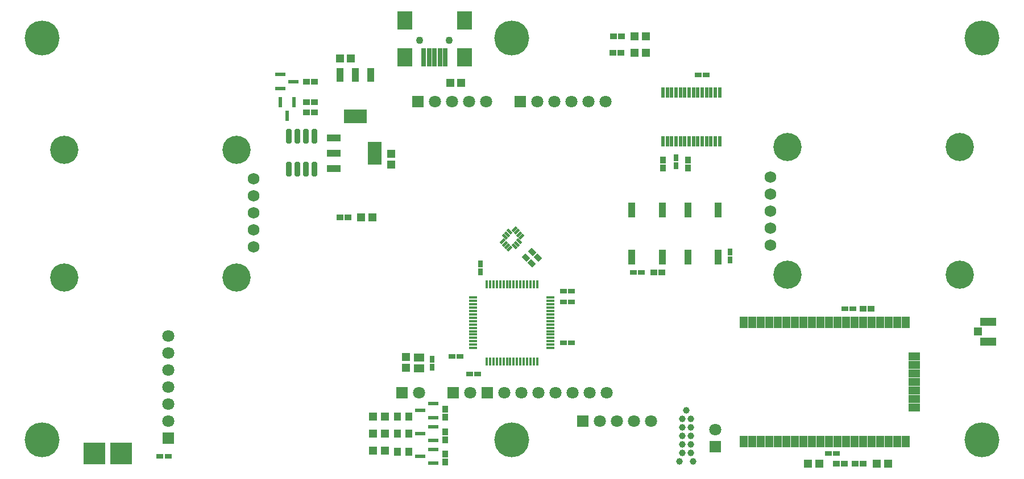
<source format=gbr>
%TF.GenerationSoftware,Altium Limited,Altium NEXUS,2.1.9 (83)*%
G04 Layer_Color=8388736*
%FSLAX44Y44*%
%MOMM*%
%TF.FileFunction,Soldermask,Top*%
%TF.Part,Single*%
G01*
G75*
%TA.AperFunction,SMDPad,CuDef*%
%ADD11R,1.2000X0.3000*%
%ADD12R,0.3000X1.2000*%
%ADD21R,0.6100X1.6100*%
%ADD22R,1.6100X0.6100*%
%TA.AperFunction,ComponentPad*%
%ADD49C,1.0000*%
%TA.AperFunction,SMDPad,CuDef*%
%ADD60R,1.1032X1.2032*%
%ADD61R,1.0032X0.9032*%
%ADD62R,0.9032X1.0032*%
%ADD63R,1.5032X1.2032*%
%ADD64R,1.2032X1.2032*%
%ADD65R,1.0032X0.8032*%
%ADD66R,0.8032X1.0032*%
G04:AMPARAMS|DCode=67|XSize=2.1732mm|YSize=0.8032mm|CornerRadius=0.1766mm|HoleSize=0mm|Usage=FLASHONLY|Rotation=270.000|XOffset=0mm|YOffset=0mm|HoleType=Round|Shape=RoundedRectangle|*
%AMROUNDEDRECTD67*
21,1,2.1732,0.4500,0,0,270.0*
21,1,1.8200,0.8032,0,0,270.0*
1,1,0.3532,-0.2250,-0.9100*
1,1,0.3532,-0.2250,0.9100*
1,1,0.3532,0.2250,0.9100*
1,1,0.3532,0.2250,-0.9100*
%
%ADD67ROUNDEDRECTD67*%
%ADD68R,1.7272X1.2192*%
%ADD69R,1.2192X1.7272*%
%ADD70R,1.2532X1.2032*%
%ADD71R,2.4032X1.2532*%
%ADD72R,1.3032X1.2032*%
%ADD73R,1.0032X2.2032*%
%ADD74R,0.5512X1.6002*%
G04:AMPARAMS|DCode=75|XSize=0.8782mm|YSize=0.4532mm|CornerRadius=0mm|HoleSize=0mm|Usage=FLASHONLY|Rotation=45.000|XOffset=0mm|YOffset=0mm|HoleType=Round|Shape=Rectangle|*
%AMROTATEDRECTD75*
4,1,4,-0.1503,-0.4707,-0.4707,-0.1503,0.1503,0.4707,0.4707,0.1503,-0.1503,-0.4707,0.0*
%
%ADD75ROTATEDRECTD75*%

G04:AMPARAMS|DCode=76|XSize=0.8782mm|YSize=0.4532mm|CornerRadius=0mm|HoleSize=0mm|Usage=FLASHONLY|Rotation=135.000|XOffset=0mm|YOffset=0mm|HoleType=Round|Shape=Rectangle|*
%AMROTATEDRECTD76*
4,1,4,0.4707,-0.1503,0.1503,-0.4707,-0.4707,0.1503,-0.1503,0.4707,0.4707,-0.1503,0.0*
%
%ADD76ROTATEDRECTD76*%

%TA.AperFunction,BGAPad,CuDef*%
%ADD77C,1.0032*%
%TA.AperFunction,SMDPad,CuDef*%
G04:AMPARAMS|DCode=78|XSize=0.8032mm|YSize=1.0032mm|CornerRadius=0mm|HoleSize=0mm|Usage=FLASHONLY|Rotation=225.000|XOffset=0mm|YOffset=0mm|HoleType=Round|Shape=Rectangle|*
%AMROTATEDRECTD78*
4,1,4,-0.0707,0.6387,0.6387,-0.0707,0.0707,-0.6387,-0.6387,0.0707,-0.0707,0.6387,0.0*
%
%ADD78ROTATEDRECTD78*%

%ADD79R,1.2032X1.2032*%
%ADD80R,3.2032X3.2032*%
%ADD81R,2.0632X1.1032*%
%ADD82R,2.0632X3.3932*%
%ADD83R,1.1032X2.0632*%
%ADD84R,3.3932X2.0632*%
%ADD85R,0.7032X2.7032*%
%ADD86R,2.2032X2.7032*%
%TA.AperFunction,ComponentPad*%
%ADD87C,1.8032*%
%ADD88R,1.8032X1.8032*%
%ADD89C,4.2032*%
%ADD90C,1.7272*%
%ADD91R,1.8032X1.8032*%
%TA.AperFunction,WasherPad*%
%ADD92C,5.2032*%
%TA.AperFunction,ComponentPad*%
%ADD93C,1.1032*%
D11*
X692500Y187500D02*
D03*
Y192500D02*
D03*
Y197500D02*
D03*
Y202500D02*
D03*
Y207500D02*
D03*
Y212500D02*
D03*
Y217500D02*
D03*
Y222500D02*
D03*
Y227500D02*
D03*
Y232500D02*
D03*
Y237500D02*
D03*
Y242500D02*
D03*
Y247500D02*
D03*
Y252500D02*
D03*
Y257500D02*
D03*
Y262500D02*
D03*
X807500D02*
D03*
Y257500D02*
D03*
Y252500D02*
D03*
Y247500D02*
D03*
Y242500D02*
D03*
Y237500D02*
D03*
Y232500D02*
D03*
Y227500D02*
D03*
Y222500D02*
D03*
Y217500D02*
D03*
Y212500D02*
D03*
Y207500D02*
D03*
Y202500D02*
D03*
Y197500D02*
D03*
Y192500D02*
D03*
Y187500D02*
D03*
D12*
X712500Y282500D02*
D03*
X717500D02*
D03*
X722500D02*
D03*
X727500D02*
D03*
X732500D02*
D03*
X737500D02*
D03*
X742500D02*
D03*
X747500D02*
D03*
X752500D02*
D03*
X757500D02*
D03*
X762500D02*
D03*
X767500D02*
D03*
X772500D02*
D03*
X777500D02*
D03*
X782500D02*
D03*
X787500D02*
D03*
Y167500D02*
D03*
X782500D02*
D03*
X777500D02*
D03*
X772500D02*
D03*
X767500D02*
D03*
X762500D02*
D03*
X757500D02*
D03*
X752500D02*
D03*
X747500D02*
D03*
X742500D02*
D03*
X737500D02*
D03*
X732500D02*
D03*
X727500D02*
D03*
X722500D02*
D03*
X717500D02*
D03*
X712500D02*
D03*
D21*
X425250Y553950D02*
D03*
X404750D02*
D03*
X415000Y534050D02*
D03*
D22*
X405050Y595250D02*
D03*
Y574750D02*
D03*
X424950Y585000D02*
D03*
X632950Y83750D02*
D03*
Y104250D02*
D03*
X613050Y94000D02*
D03*
X632950Y49750D02*
D03*
Y70250D02*
D03*
X613050Y60000D02*
D03*
X632950Y15750D02*
D03*
Y36250D02*
D03*
X613050Y26000D02*
D03*
D49*
X1019800Y18600D02*
D03*
X1009650Y94800D02*
D03*
X999500Y18600D02*
D03*
D60*
X596500Y85000D02*
D03*
X579500D02*
D03*
Y60000D02*
D03*
X596500D02*
D03*
Y33000D02*
D03*
X579500D02*
D03*
D61*
X1233000Y15000D02*
D03*
X1245000D02*
D03*
X1273000Y15000D02*
D03*
X1261000D02*
D03*
X901000Y652000D02*
D03*
X913000D02*
D03*
X900000Y628000D02*
D03*
X912000D02*
D03*
X444000Y539000D02*
D03*
X456000D02*
D03*
X444000Y554000D02*
D03*
X456000D02*
D03*
X444000Y585000D02*
D03*
X456000D02*
D03*
X1273000Y246000D02*
D03*
X1285000D02*
D03*
X973000Y300000D02*
D03*
X961000D02*
D03*
X506000Y382000D02*
D03*
X494000D02*
D03*
D62*
X975000Y468000D02*
D03*
Y456000D02*
D03*
X1012000Y468000D02*
D03*
Y456000D02*
D03*
X651000Y96000D02*
D03*
Y84000D02*
D03*
Y62000D02*
D03*
Y50000D02*
D03*
Y29000D02*
D03*
Y17000D02*
D03*
D63*
X612000Y157000D02*
D03*
Y173000D02*
D03*
D64*
X658000Y583000D02*
D03*
X674000D02*
D03*
X494000Y619000D02*
D03*
X510000D02*
D03*
D65*
X1246000Y246000D02*
D03*
X1258000D02*
D03*
X1221000Y30000D02*
D03*
X1233000D02*
D03*
X1039000Y595000D02*
D03*
X1027000D02*
D03*
X238000Y26000D02*
D03*
X226000D02*
D03*
X827000Y256000D02*
D03*
X839000D02*
D03*
X931000Y300000D02*
D03*
X943000D02*
D03*
X661000Y175000D02*
D03*
X673000D02*
D03*
X839000Y272000D02*
D03*
X827000D02*
D03*
X839000Y195000D02*
D03*
X827000D02*
D03*
X687000Y149000D02*
D03*
X699000D02*
D03*
D66*
X994000Y459000D02*
D03*
Y471000D02*
D03*
X1075000Y331000D02*
D03*
Y319000D02*
D03*
X631000Y159000D02*
D03*
Y171000D02*
D03*
X703000Y313000D02*
D03*
Y301000D02*
D03*
D67*
X456050Y503750D02*
D03*
X443350D02*
D03*
X430650D02*
D03*
X417950D02*
D03*
Y454250D02*
D03*
X430650D02*
D03*
X443350D02*
D03*
X456050D02*
D03*
D68*
X1349350Y98900D02*
D03*
Y111600D02*
D03*
Y124300D02*
D03*
Y137000D02*
D03*
Y149700D02*
D03*
Y162400D02*
D03*
Y175100D02*
D03*
D69*
X1336650Y225900D02*
D03*
X1323950D02*
D03*
X1311250D02*
D03*
X1298550D02*
D03*
X1285850D02*
D03*
X1273150D02*
D03*
X1260450D02*
D03*
X1247750D02*
D03*
X1235050D02*
D03*
X1222350D02*
D03*
X1209650D02*
D03*
X1196950D02*
D03*
X1184250D02*
D03*
X1171550D02*
D03*
X1158850D02*
D03*
X1146150D02*
D03*
X1133450D02*
D03*
X1120750D02*
D03*
X1108050D02*
D03*
X1095350D02*
D03*
Y48100D02*
D03*
X1108050D02*
D03*
X1120750D02*
D03*
X1133450D02*
D03*
X1146150D02*
D03*
X1158850D02*
D03*
X1171550D02*
D03*
X1184250D02*
D03*
X1196950D02*
D03*
X1209650D02*
D03*
X1222350D02*
D03*
X1235050D02*
D03*
X1247750D02*
D03*
X1260450D02*
D03*
X1273150D02*
D03*
X1285850D02*
D03*
X1298550D02*
D03*
X1311250D02*
D03*
X1323950D02*
D03*
X1336650D02*
D03*
D70*
X1444000Y212000D02*
D03*
D71*
X1459000Y197250D02*
D03*
Y226750D02*
D03*
D72*
X543500Y85000D02*
D03*
X560500D02*
D03*
X543500Y60000D02*
D03*
X560500D02*
D03*
X543500Y34000D02*
D03*
X560500D02*
D03*
X932500Y652000D02*
D03*
X949500D02*
D03*
X932500Y628000D02*
D03*
X949500D02*
D03*
X1207500Y15000D02*
D03*
X1190500D02*
D03*
X1293500D02*
D03*
X1310500D02*
D03*
X525000Y382000D02*
D03*
X542000D02*
D03*
D73*
X1057347Y392946D02*
D03*
X1012347D02*
D03*
Y322946D02*
D03*
X1057347D02*
D03*
X928648Y323052D02*
D03*
X973648D02*
D03*
Y393052D02*
D03*
X928648D02*
D03*
D74*
X974750Y568560D02*
D03*
X981250D02*
D03*
X987750D02*
D03*
X994250D02*
D03*
X1000750D02*
D03*
X1007250D02*
D03*
X1013750D02*
D03*
X1026750D02*
D03*
X1020250D02*
D03*
X1033250D02*
D03*
X1039750D02*
D03*
X1046250D02*
D03*
X1052750D02*
D03*
X1059250D02*
D03*
X974750Y495440D02*
D03*
X981250D02*
D03*
X987750D02*
D03*
X994250D02*
D03*
X1000750D02*
D03*
X1007250D02*
D03*
X1013750D02*
D03*
X1020250D02*
D03*
X1026750D02*
D03*
X1033250D02*
D03*
X1039750D02*
D03*
X1046250D02*
D03*
X1052750D02*
D03*
X1059250D02*
D03*
D75*
X739305Y342841D02*
D03*
X735770Y346376D02*
D03*
X742841Y339305D02*
D03*
X746376Y335770D02*
D03*
X753624Y364230D02*
D03*
X757159Y360695D02*
D03*
X760695Y357160D02*
D03*
X764230Y353624D02*
D03*
D76*
X739305D02*
D03*
X742841Y357160D02*
D03*
X746376Y360695D02*
D03*
X753624Y339305D02*
D03*
X757159Y342841D02*
D03*
X760695Y346376D02*
D03*
D77*
X1003300Y82100D02*
D03*
Y69400D02*
D03*
Y56700D02*
D03*
Y44000D02*
D03*
Y31300D02*
D03*
X1016000D02*
D03*
Y44000D02*
D03*
Y56700D02*
D03*
Y69400D02*
D03*
Y82100D02*
D03*
D78*
X788485Y322515D02*
D03*
X780000Y331000D02*
D03*
X779243Y313757D02*
D03*
X770757Y322243D02*
D03*
D79*
X592000Y158000D02*
D03*
Y174000D02*
D03*
X570000Y477000D02*
D03*
Y461000D02*
D03*
D80*
X168000Y30000D02*
D03*
X128000D02*
D03*
D81*
X484250Y501000D02*
D03*
Y478000D02*
D03*
Y455000D02*
D03*
D82*
X545750Y478000D02*
D03*
D83*
X540000Y594750D02*
D03*
X517000D02*
D03*
X494000D02*
D03*
D84*
X517000Y533250D02*
D03*
D85*
X650798Y621300D02*
D03*
X642797D02*
D03*
X634798D02*
D03*
X626797D02*
D03*
X618797D02*
D03*
D86*
X679398D02*
D03*
X590197D02*
D03*
X679398Y676100D02*
D03*
X590197D02*
D03*
D87*
X956800Y78000D02*
D03*
X931400D02*
D03*
X906000D02*
D03*
X880600D02*
D03*
X889730Y555340D02*
D03*
X864330D02*
D03*
X838930D02*
D03*
X813530D02*
D03*
X788130D02*
D03*
X711930Y555000D02*
D03*
X686530D02*
D03*
X661130D02*
D03*
X635730D02*
D03*
X611600Y121000D02*
D03*
X738600D02*
D03*
X764000D02*
D03*
X789400D02*
D03*
X814800D02*
D03*
X840200D02*
D03*
X865600D02*
D03*
X891000D02*
D03*
X687802Y120998D02*
D03*
X238000Y78200D02*
D03*
Y103600D02*
D03*
Y129000D02*
D03*
Y154400D02*
D03*
Y179800D02*
D03*
Y205200D02*
D03*
X1053000Y65400D02*
D03*
D88*
X855200Y78000D02*
D03*
X762730Y555340D02*
D03*
X610330Y555000D02*
D03*
X586200Y121000D02*
D03*
X713200D02*
D03*
X662400D02*
D03*
D89*
X1416926Y297080D02*
D03*
Y487080D02*
D03*
X1159926D02*
D03*
Y297080D02*
D03*
X83074Y482920D02*
D03*
Y292920D02*
D03*
X340074D02*
D03*
Y482920D02*
D03*
D90*
X1134926Y340480D02*
D03*
Y365880D02*
D03*
Y391280D02*
D03*
Y416680D02*
D03*
Y442080D02*
D03*
X365074Y439520D02*
D03*
Y414120D02*
D03*
Y388720D02*
D03*
Y363320D02*
D03*
Y337920D02*
D03*
D91*
X238000Y52800D02*
D03*
X1053000Y40000D02*
D03*
D92*
X750000Y650000D02*
D03*
Y50000D02*
D03*
X1450000Y650000D02*
D03*
Y50000D02*
D03*
X50000D02*
D03*
Y650000D02*
D03*
D93*
X656797Y646400D02*
D03*
X612798D02*
D03*
%TF.MD5,8aa1656c4d564500bb50dbaf47d67a54*%
M02*

</source>
